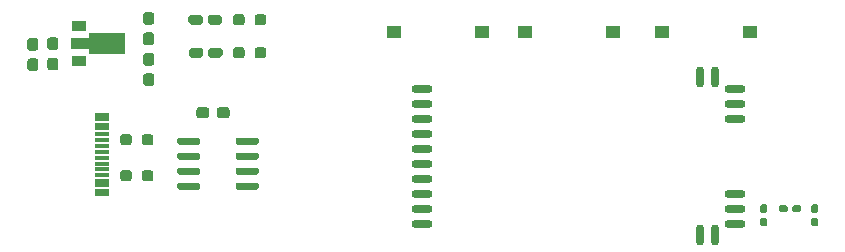
<source format=gbr>
%TF.GenerationSoftware,KiCad,Pcbnew,(5.1.9)-1*%
%TF.CreationDate,2021-02-24T20:28:46+08:00*%
%TF.ProjectId,M-HL10-kit,4d2d484c-3130-42d6-9b69-742e6b696361,rev?*%
%TF.SameCoordinates,Original*%
%TF.FileFunction,Paste,Top*%
%TF.FilePolarity,Positive*%
%FSLAX46Y46*%
G04 Gerber Fmt 4.6, Leading zero omitted, Abs format (unit mm)*
G04 Created by KiCad (PCBNEW (5.1.9)-1) date 2021-02-24 20:28:46*
%MOMM*%
%LPD*%
G01*
G04 APERTURE LIST*
%ADD10C,0.350000*%
%ADD11R,1.300000X0.900000*%
%ADD12O,0.750000X1.800000*%
%ADD13O,1.800000X0.750000*%
%ADD14R,1.150000X0.300000*%
%ADD15R,1.199998X0.999998*%
G04 APERTURE END LIST*
D10*
%TO.C,U3*%
G36*
X145340000Y-84686500D02*
G01*
X142215000Y-84686500D01*
X142215000Y-84270000D01*
X140740000Y-84270000D01*
X140740000Y-83370000D01*
X142215000Y-83370000D01*
X142215000Y-82953500D01*
X145340000Y-82953500D01*
X145340000Y-84686500D01*
G37*
D11*
X141390000Y-85320000D03*
X141390000Y-82320000D03*
%TD*%
%TO.C,U2*%
G36*
G01*
X154662000Y-92225000D02*
X154662000Y-91925000D01*
G75*
G02*
X154812000Y-91775000I150000J0D01*
G01*
X156462000Y-91775000D01*
G75*
G02*
X156612000Y-91925000I0J-150000D01*
G01*
X156612000Y-92225000D01*
G75*
G02*
X156462000Y-92375000I-150000J0D01*
G01*
X154812000Y-92375000D01*
G75*
G02*
X154662000Y-92225000I0J150000D01*
G01*
G37*
G36*
G01*
X154662000Y-93495000D02*
X154662000Y-93195000D01*
G75*
G02*
X154812000Y-93045000I150000J0D01*
G01*
X156462000Y-93045000D01*
G75*
G02*
X156612000Y-93195000I0J-150000D01*
G01*
X156612000Y-93495000D01*
G75*
G02*
X156462000Y-93645000I-150000J0D01*
G01*
X154812000Y-93645000D01*
G75*
G02*
X154662000Y-93495000I0J150000D01*
G01*
G37*
G36*
G01*
X154662000Y-94765000D02*
X154662000Y-94465000D01*
G75*
G02*
X154812000Y-94315000I150000J0D01*
G01*
X156462000Y-94315000D01*
G75*
G02*
X156612000Y-94465000I0J-150000D01*
G01*
X156612000Y-94765000D01*
G75*
G02*
X156462000Y-94915000I-150000J0D01*
G01*
X154812000Y-94915000D01*
G75*
G02*
X154662000Y-94765000I0J150000D01*
G01*
G37*
G36*
G01*
X154662000Y-96035000D02*
X154662000Y-95735000D01*
G75*
G02*
X154812000Y-95585000I150000J0D01*
G01*
X156462000Y-95585000D01*
G75*
G02*
X156612000Y-95735000I0J-150000D01*
G01*
X156612000Y-96035000D01*
G75*
G02*
X156462000Y-96185000I-150000J0D01*
G01*
X154812000Y-96185000D01*
G75*
G02*
X154662000Y-96035000I0J150000D01*
G01*
G37*
G36*
G01*
X149712000Y-96035000D02*
X149712000Y-95735000D01*
G75*
G02*
X149862000Y-95585000I150000J0D01*
G01*
X151512000Y-95585000D01*
G75*
G02*
X151662000Y-95735000I0J-150000D01*
G01*
X151662000Y-96035000D01*
G75*
G02*
X151512000Y-96185000I-150000J0D01*
G01*
X149862000Y-96185000D01*
G75*
G02*
X149712000Y-96035000I0J150000D01*
G01*
G37*
G36*
G01*
X149712000Y-94765000D02*
X149712000Y-94465000D01*
G75*
G02*
X149862000Y-94315000I150000J0D01*
G01*
X151512000Y-94315000D01*
G75*
G02*
X151662000Y-94465000I0J-150000D01*
G01*
X151662000Y-94765000D01*
G75*
G02*
X151512000Y-94915000I-150000J0D01*
G01*
X149862000Y-94915000D01*
G75*
G02*
X149712000Y-94765000I0J150000D01*
G01*
G37*
G36*
G01*
X149712000Y-93495000D02*
X149712000Y-93195000D01*
G75*
G02*
X149862000Y-93045000I150000J0D01*
G01*
X151512000Y-93045000D01*
G75*
G02*
X151662000Y-93195000I0J-150000D01*
G01*
X151662000Y-93495000D01*
G75*
G02*
X151512000Y-93645000I-150000J0D01*
G01*
X149862000Y-93645000D01*
G75*
G02*
X149712000Y-93495000I0J150000D01*
G01*
G37*
G36*
G01*
X149712000Y-92225000D02*
X149712000Y-91925000D01*
G75*
G02*
X149862000Y-91775000I150000J0D01*
G01*
X151512000Y-91775000D01*
G75*
G02*
X151662000Y-91925000I0J-150000D01*
G01*
X151662000Y-92225000D01*
G75*
G02*
X151512000Y-92375000I-150000J0D01*
G01*
X149862000Y-92375000D01*
G75*
G02*
X149712000Y-92225000I0J150000D01*
G01*
G37*
%TD*%
D12*
%TO.C,U1*%
X193947000Y-86645000D03*
X195217000Y-86645000D03*
D13*
X196934000Y-87630000D03*
X196934000Y-88900000D03*
X196934000Y-90170000D03*
X196934000Y-96520000D03*
X196934000Y-97790000D03*
X196934000Y-99060000D03*
D12*
X195217000Y-100045000D03*
X193947000Y-100045000D03*
D13*
X170434000Y-99060000D03*
X170434000Y-97790000D03*
X170434000Y-96520000D03*
X170434000Y-95250000D03*
X170434000Y-93980000D03*
X170434000Y-92710000D03*
X170434000Y-91440000D03*
X170434000Y-90170000D03*
X170434000Y-88900000D03*
X170434000Y-87630000D03*
%TD*%
%TO.C,R4*%
G36*
G01*
X155427000Y-84344500D02*
X155427000Y-84819500D01*
G75*
G02*
X155189500Y-85057000I-237500J0D01*
G01*
X154689500Y-85057000D01*
G75*
G02*
X154452000Y-84819500I0J237500D01*
G01*
X154452000Y-84344500D01*
G75*
G02*
X154689500Y-84107000I237500J0D01*
G01*
X155189500Y-84107000D01*
G75*
G02*
X155427000Y-84344500I0J-237500D01*
G01*
G37*
G36*
G01*
X157252000Y-84344500D02*
X157252000Y-84819500D01*
G75*
G02*
X157014500Y-85057000I-237500J0D01*
G01*
X156514500Y-85057000D01*
G75*
G02*
X156277000Y-84819500I0J237500D01*
G01*
X156277000Y-84344500D01*
G75*
G02*
X156514500Y-84107000I237500J0D01*
G01*
X157014500Y-84107000D01*
G75*
G02*
X157252000Y-84344500I0J-237500D01*
G01*
G37*
%TD*%
%TO.C,R3*%
G36*
G01*
X155427000Y-81550500D02*
X155427000Y-82025500D01*
G75*
G02*
X155189500Y-82263000I-237500J0D01*
G01*
X154689500Y-82263000D01*
G75*
G02*
X154452000Y-82025500I0J237500D01*
G01*
X154452000Y-81550500D01*
G75*
G02*
X154689500Y-81313000I237500J0D01*
G01*
X155189500Y-81313000D01*
G75*
G02*
X155427000Y-81550500I0J-237500D01*
G01*
G37*
G36*
G01*
X157252000Y-81550500D02*
X157252000Y-82025500D01*
G75*
G02*
X157014500Y-82263000I-237500J0D01*
G01*
X156514500Y-82263000D01*
G75*
G02*
X156277000Y-82025500I0J237500D01*
G01*
X156277000Y-81550500D01*
G75*
G02*
X156514500Y-81313000I237500J0D01*
G01*
X157014500Y-81313000D01*
G75*
G02*
X157252000Y-81550500I0J-237500D01*
G01*
G37*
%TD*%
%TO.C,R2*%
G36*
G01*
X145879000Y-94758500D02*
X145879000Y-95233500D01*
G75*
G02*
X145641500Y-95471000I-237500J0D01*
G01*
X145141500Y-95471000D01*
G75*
G02*
X144904000Y-95233500I0J237500D01*
G01*
X144904000Y-94758500D01*
G75*
G02*
X145141500Y-94521000I237500J0D01*
G01*
X145641500Y-94521000D01*
G75*
G02*
X145879000Y-94758500I0J-237500D01*
G01*
G37*
G36*
G01*
X147704000Y-94758500D02*
X147704000Y-95233500D01*
G75*
G02*
X147466500Y-95471000I-237500J0D01*
G01*
X146966500Y-95471000D01*
G75*
G02*
X146729000Y-95233500I0J237500D01*
G01*
X146729000Y-94758500D01*
G75*
G02*
X146966500Y-94521000I237500J0D01*
G01*
X147466500Y-94521000D01*
G75*
G02*
X147704000Y-94758500I0J-237500D01*
G01*
G37*
%TD*%
%TO.C,R1*%
G36*
G01*
X145879000Y-91710500D02*
X145879000Y-92185500D01*
G75*
G02*
X145641500Y-92423000I-237500J0D01*
G01*
X145141500Y-92423000D01*
G75*
G02*
X144904000Y-92185500I0J237500D01*
G01*
X144904000Y-91710500D01*
G75*
G02*
X145141500Y-91473000I237500J0D01*
G01*
X145641500Y-91473000D01*
G75*
G02*
X145879000Y-91710500I0J-237500D01*
G01*
G37*
G36*
G01*
X147704000Y-91710500D02*
X147704000Y-92185500D01*
G75*
G02*
X147466500Y-92423000I-237500J0D01*
G01*
X146966500Y-92423000D01*
G75*
G02*
X146729000Y-92185500I0J237500D01*
G01*
X146729000Y-91710500D01*
G75*
G02*
X146966500Y-91473000I237500J0D01*
G01*
X147466500Y-91473000D01*
G75*
G02*
X147704000Y-91710500I0J-237500D01*
G01*
G37*
%TD*%
D14*
%TO.C,J4*%
X143370000Y-96568000D03*
X143370000Y-95768000D03*
X143370000Y-90968000D03*
X143370000Y-90168000D03*
X143370000Y-89868000D03*
X143370000Y-90668000D03*
X143370000Y-91468000D03*
X143370000Y-91968000D03*
X143370000Y-92468000D03*
X143370000Y-92968000D03*
X143370000Y-93468000D03*
X143370000Y-93968000D03*
X143370000Y-94468000D03*
X143370000Y-94968000D03*
X143370000Y-95468000D03*
X143370000Y-96268000D03*
%TD*%
%TO.C,R*%
G36*
G01*
X152346000Y-84794500D02*
X152346000Y-84369500D01*
G75*
G02*
X152558500Y-84157000I212500J0D01*
G01*
X153358500Y-84157000D01*
G75*
G02*
X153571000Y-84369500I0J-212500D01*
G01*
X153571000Y-84794500D01*
G75*
G02*
X153358500Y-85007000I-212500J0D01*
G01*
X152558500Y-85007000D01*
G75*
G02*
X152346000Y-84794500I0J212500D01*
G01*
G37*
G36*
G01*
X150721000Y-84794500D02*
X150721000Y-84369500D01*
G75*
G02*
X150933500Y-84157000I212500J0D01*
G01*
X151733500Y-84157000D01*
G75*
G02*
X151946000Y-84369500I0J-212500D01*
G01*
X151946000Y-84794500D01*
G75*
G02*
X151733500Y-85007000I-212500J0D01*
G01*
X150933500Y-85007000D01*
G75*
G02*
X150721000Y-84794500I0J212500D01*
G01*
G37*
%TD*%
%TO.C,T*%
G36*
G01*
X152296000Y-82000500D02*
X152296000Y-81575500D01*
G75*
G02*
X152508500Y-81363000I212500J0D01*
G01*
X153308500Y-81363000D01*
G75*
G02*
X153521000Y-81575500I0J-212500D01*
G01*
X153521000Y-82000500D01*
G75*
G02*
X153308500Y-82213000I-212500J0D01*
G01*
X152508500Y-82213000D01*
G75*
G02*
X152296000Y-82000500I0J212500D01*
G01*
G37*
G36*
G01*
X150671000Y-82000500D02*
X150671000Y-81575500D01*
G75*
G02*
X150883500Y-81363000I212500J0D01*
G01*
X151683500Y-81363000D01*
G75*
G02*
X151896000Y-81575500I0J-212500D01*
G01*
X151896000Y-82000500D01*
G75*
G02*
X151683500Y-82213000I-212500J0D01*
G01*
X150883500Y-82213000D01*
G75*
G02*
X150671000Y-82000500I0J212500D01*
G01*
G37*
%TD*%
%TO.C,C8*%
G36*
G01*
X147082500Y-86330500D02*
X147557500Y-86330500D01*
G75*
G02*
X147795000Y-86568000I0J-237500D01*
G01*
X147795000Y-87168000D01*
G75*
G02*
X147557500Y-87405500I-237500J0D01*
G01*
X147082500Y-87405500D01*
G75*
G02*
X146845000Y-87168000I0J237500D01*
G01*
X146845000Y-86568000D01*
G75*
G02*
X147082500Y-86330500I237500J0D01*
G01*
G37*
G36*
G01*
X147082500Y-84605500D02*
X147557500Y-84605500D01*
G75*
G02*
X147795000Y-84843000I0J-237500D01*
G01*
X147795000Y-85443000D01*
G75*
G02*
X147557500Y-85680500I-237500J0D01*
G01*
X147082500Y-85680500D01*
G75*
G02*
X146845000Y-85443000I0J237500D01*
G01*
X146845000Y-84843000D01*
G75*
G02*
X147082500Y-84605500I237500J0D01*
G01*
G37*
%TD*%
%TO.C,C6*%
G36*
G01*
X139429500Y-84357500D02*
X138954500Y-84357500D01*
G75*
G02*
X138717000Y-84120000I0J237500D01*
G01*
X138717000Y-83520000D01*
G75*
G02*
X138954500Y-83282500I237500J0D01*
G01*
X139429500Y-83282500D01*
G75*
G02*
X139667000Y-83520000I0J-237500D01*
G01*
X139667000Y-84120000D01*
G75*
G02*
X139429500Y-84357500I-237500J0D01*
G01*
G37*
G36*
G01*
X139429500Y-86082500D02*
X138954500Y-86082500D01*
G75*
G02*
X138717000Y-85845000I0J237500D01*
G01*
X138717000Y-85245000D01*
G75*
G02*
X138954500Y-85007500I237500J0D01*
G01*
X139429500Y-85007500D01*
G75*
G02*
X139667000Y-85245000I0J-237500D01*
G01*
X139667000Y-85845000D01*
G75*
G02*
X139429500Y-86082500I-237500J0D01*
G01*
G37*
%TD*%
%TO.C,C4*%
G36*
G01*
X203863000Y-98157500D02*
X203553000Y-98157500D01*
G75*
G02*
X203398000Y-98002500I0J155000D01*
G01*
X203398000Y-97577500D01*
G75*
G02*
X203553000Y-97422500I155000J0D01*
G01*
X203863000Y-97422500D01*
G75*
G02*
X204018000Y-97577500I0J-155000D01*
G01*
X204018000Y-98002500D01*
G75*
G02*
X203863000Y-98157500I-155000J0D01*
G01*
G37*
G36*
G01*
X203863000Y-99292500D02*
X203553000Y-99292500D01*
G75*
G02*
X203398000Y-99137500I0J155000D01*
G01*
X203398000Y-98712500D01*
G75*
G02*
X203553000Y-98557500I155000J0D01*
G01*
X203863000Y-98557500D01*
G75*
G02*
X204018000Y-98712500I0J-155000D01*
G01*
X204018000Y-99137500D01*
G75*
G02*
X203863000Y-99292500I-155000J0D01*
G01*
G37*
%TD*%
%TO.C,C3*%
G36*
G01*
X201416000Y-97635000D02*
X201416000Y-97945000D01*
G75*
G02*
X201261000Y-98100000I-155000J0D01*
G01*
X200836000Y-98100000D01*
G75*
G02*
X200681000Y-97945000I0J155000D01*
G01*
X200681000Y-97635000D01*
G75*
G02*
X200836000Y-97480000I155000J0D01*
G01*
X201261000Y-97480000D01*
G75*
G02*
X201416000Y-97635000I0J-155000D01*
G01*
G37*
G36*
G01*
X202551000Y-97635000D02*
X202551000Y-97945000D01*
G75*
G02*
X202396000Y-98100000I-155000J0D01*
G01*
X201971000Y-98100000D01*
G75*
G02*
X201816000Y-97945000I0J155000D01*
G01*
X201816000Y-97635000D01*
G75*
G02*
X201971000Y-97480000I155000J0D01*
G01*
X202396000Y-97480000D01*
G75*
G02*
X202551000Y-97635000I0J-155000D01*
G01*
G37*
%TD*%
%TO.C,C2*%
G36*
G01*
X199545000Y-98157500D02*
X199235000Y-98157500D01*
G75*
G02*
X199080000Y-98002500I0J155000D01*
G01*
X199080000Y-97577500D01*
G75*
G02*
X199235000Y-97422500I155000J0D01*
G01*
X199545000Y-97422500D01*
G75*
G02*
X199700000Y-97577500I0J-155000D01*
G01*
X199700000Y-98002500D01*
G75*
G02*
X199545000Y-98157500I-155000J0D01*
G01*
G37*
G36*
G01*
X199545000Y-99292500D02*
X199235000Y-99292500D01*
G75*
G02*
X199080000Y-99137500I0J155000D01*
G01*
X199080000Y-98712500D01*
G75*
G02*
X199235000Y-98557500I155000J0D01*
G01*
X199545000Y-98557500D01*
G75*
G02*
X199700000Y-98712500I0J-155000D01*
G01*
X199700000Y-99137500D01*
G75*
G02*
X199545000Y-99292500I-155000J0D01*
G01*
G37*
%TD*%
%TO.C,C1*%
G36*
G01*
X152429000Y-89424500D02*
X152429000Y-89899500D01*
G75*
G02*
X152191500Y-90137000I-237500J0D01*
G01*
X151591500Y-90137000D01*
G75*
G02*
X151354000Y-89899500I0J237500D01*
G01*
X151354000Y-89424500D01*
G75*
G02*
X151591500Y-89187000I237500J0D01*
G01*
X152191500Y-89187000D01*
G75*
G02*
X152429000Y-89424500I0J-237500D01*
G01*
G37*
G36*
G01*
X154154000Y-89424500D02*
X154154000Y-89899500D01*
G75*
G02*
X153916500Y-90137000I-237500J0D01*
G01*
X153316500Y-90137000D01*
G75*
G02*
X153079000Y-89899500I0J237500D01*
G01*
X153079000Y-89424500D01*
G75*
G02*
X153316500Y-89187000I237500J0D01*
G01*
X153916500Y-89187000D01*
G75*
G02*
X154154000Y-89424500I0J-237500D01*
G01*
G37*
%TD*%
D15*
%TO.C,SW3*%
X198200018Y-82800000D03*
X190799982Y-82800000D03*
%TD*%
%TO.C,SW2*%
X186580018Y-82804000D03*
X179179982Y-82804000D03*
%TD*%
%TO.C,SW1*%
X175500018Y-82804000D03*
X168099982Y-82804000D03*
%TD*%
%TO.C,C7*%
G36*
G01*
X147537500Y-82212500D02*
X147062500Y-82212500D01*
G75*
G02*
X146825000Y-81975000I0J237500D01*
G01*
X146825000Y-81375000D01*
G75*
G02*
X147062500Y-81137500I237500J0D01*
G01*
X147537500Y-81137500D01*
G75*
G02*
X147775000Y-81375000I0J-237500D01*
G01*
X147775000Y-81975000D01*
G75*
G02*
X147537500Y-82212500I-237500J0D01*
G01*
G37*
G36*
G01*
X147537500Y-83937500D02*
X147062500Y-83937500D01*
G75*
G02*
X146825000Y-83700000I0J237500D01*
G01*
X146825000Y-83100000D01*
G75*
G02*
X147062500Y-82862500I237500J0D01*
G01*
X147537500Y-82862500D01*
G75*
G02*
X147775000Y-83100000I0J-237500D01*
G01*
X147775000Y-83700000D01*
G75*
G02*
X147537500Y-83937500I-237500J0D01*
G01*
G37*
%TD*%
%TO.C,C5*%
G36*
G01*
X137737500Y-84412500D02*
X137262500Y-84412500D01*
G75*
G02*
X137025000Y-84175000I0J237500D01*
G01*
X137025000Y-83575000D01*
G75*
G02*
X137262500Y-83337500I237500J0D01*
G01*
X137737500Y-83337500D01*
G75*
G02*
X137975000Y-83575000I0J-237500D01*
G01*
X137975000Y-84175000D01*
G75*
G02*
X137737500Y-84412500I-237500J0D01*
G01*
G37*
G36*
G01*
X137737500Y-86137500D02*
X137262500Y-86137500D01*
G75*
G02*
X137025000Y-85900000I0J237500D01*
G01*
X137025000Y-85300000D01*
G75*
G02*
X137262500Y-85062500I237500J0D01*
G01*
X137737500Y-85062500D01*
G75*
G02*
X137975000Y-85300000I0J-237500D01*
G01*
X137975000Y-85900000D01*
G75*
G02*
X137737500Y-86137500I-237500J0D01*
G01*
G37*
%TD*%
M02*

</source>
